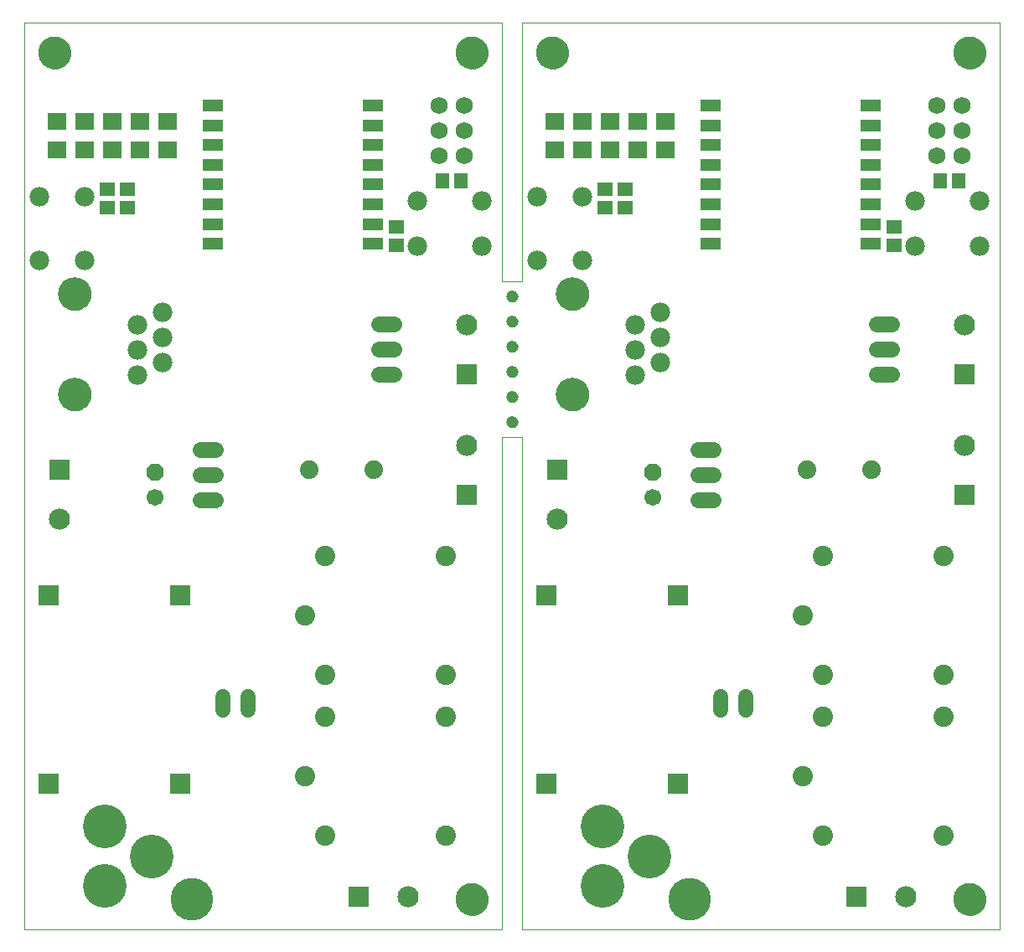
<source format=gts>
G75*
G70*
%OFA0B0*%
%FSLAX24Y24*%
%IPPOS*%
%LPD*%
%AMOC8*
5,1,8,0,0,1.08239X$1,22.5*
%
%ADD10C,0.0000*%
%ADD11C,0.1300*%
%ADD12C,0.0473*%
%ADD13C,0.0780*%
%ADD14C,0.1320*%
%ADD15R,0.0800X0.0800*%
%ADD16OC8,0.0670*%
%ADD17C,0.0670*%
%ADD18C,0.1740*%
%ADD19R,0.0750X0.0670*%
%ADD20R,0.0827X0.0512*%
%ADD21R,0.0552X0.0631*%
%ADD22C,0.0600*%
%ADD23R,0.0631X0.0552*%
%ADD24C,0.0640*%
%ADD25C,0.0680*%
%ADD26C,0.0808*%
%ADD27R,0.0840X0.0840*%
%ADD28C,0.0840*%
%ADD29C,0.0740*%
%ADD30C,0.1700*%
D10*
X001340Y001800D02*
X001340Y037900D01*
X020340Y037900D01*
X020340Y027600D01*
X021140Y027600D01*
X021140Y037900D01*
X040140Y037900D01*
X040140Y001800D01*
X021140Y001800D01*
X021140Y021400D01*
X020340Y021400D01*
X020340Y001800D01*
X001340Y001800D01*
X018510Y003000D02*
X018512Y003050D01*
X018518Y003100D01*
X018528Y003149D01*
X018542Y003197D01*
X018559Y003244D01*
X018580Y003289D01*
X018605Y003333D01*
X018633Y003374D01*
X018665Y003413D01*
X018699Y003450D01*
X018736Y003484D01*
X018776Y003514D01*
X018818Y003541D01*
X018862Y003565D01*
X018908Y003586D01*
X018955Y003602D01*
X019003Y003615D01*
X019053Y003624D01*
X019102Y003629D01*
X019153Y003630D01*
X019203Y003627D01*
X019252Y003620D01*
X019301Y003609D01*
X019349Y003594D01*
X019395Y003576D01*
X019440Y003554D01*
X019483Y003528D01*
X019524Y003499D01*
X019563Y003467D01*
X019599Y003432D01*
X019631Y003394D01*
X019661Y003354D01*
X019688Y003311D01*
X019711Y003267D01*
X019730Y003221D01*
X019746Y003173D01*
X019758Y003124D01*
X019766Y003075D01*
X019770Y003025D01*
X019770Y002975D01*
X019766Y002925D01*
X019758Y002876D01*
X019746Y002827D01*
X019730Y002779D01*
X019711Y002733D01*
X019688Y002689D01*
X019661Y002646D01*
X019631Y002606D01*
X019599Y002568D01*
X019563Y002533D01*
X019524Y002501D01*
X019483Y002472D01*
X019440Y002446D01*
X019395Y002424D01*
X019349Y002406D01*
X019301Y002391D01*
X019252Y002380D01*
X019203Y002373D01*
X019153Y002370D01*
X019102Y002371D01*
X019053Y002376D01*
X019003Y002385D01*
X018955Y002398D01*
X018908Y002414D01*
X018862Y002435D01*
X018818Y002459D01*
X018776Y002486D01*
X018736Y002516D01*
X018699Y002550D01*
X018665Y002587D01*
X018633Y002626D01*
X018605Y002667D01*
X018580Y002711D01*
X018559Y002756D01*
X018542Y002803D01*
X018528Y002851D01*
X018518Y002900D01*
X018512Y002950D01*
X018510Y003000D01*
X020523Y022000D02*
X020525Y022029D01*
X020531Y022057D01*
X020540Y022085D01*
X020553Y022111D01*
X020570Y022134D01*
X020589Y022156D01*
X020611Y022175D01*
X020636Y022190D01*
X020662Y022203D01*
X020690Y022211D01*
X020718Y022216D01*
X020747Y022217D01*
X020776Y022214D01*
X020804Y022207D01*
X020831Y022197D01*
X020857Y022183D01*
X020880Y022166D01*
X020901Y022146D01*
X020919Y022123D01*
X020934Y022098D01*
X020945Y022071D01*
X020953Y022043D01*
X020957Y022014D01*
X020957Y021986D01*
X020953Y021957D01*
X020945Y021929D01*
X020934Y021902D01*
X020919Y021877D01*
X020901Y021854D01*
X020880Y021834D01*
X020857Y021817D01*
X020831Y021803D01*
X020804Y021793D01*
X020776Y021786D01*
X020747Y021783D01*
X020718Y021784D01*
X020690Y021789D01*
X020662Y021797D01*
X020636Y021810D01*
X020611Y021825D01*
X020589Y021844D01*
X020570Y021866D01*
X020553Y021889D01*
X020540Y021915D01*
X020531Y021943D01*
X020525Y021971D01*
X020523Y022000D01*
X020523Y023000D02*
X020525Y023029D01*
X020531Y023057D01*
X020540Y023085D01*
X020553Y023111D01*
X020570Y023134D01*
X020589Y023156D01*
X020611Y023175D01*
X020636Y023190D01*
X020662Y023203D01*
X020690Y023211D01*
X020718Y023216D01*
X020747Y023217D01*
X020776Y023214D01*
X020804Y023207D01*
X020831Y023197D01*
X020857Y023183D01*
X020880Y023166D01*
X020901Y023146D01*
X020919Y023123D01*
X020934Y023098D01*
X020945Y023071D01*
X020953Y023043D01*
X020957Y023014D01*
X020957Y022986D01*
X020953Y022957D01*
X020945Y022929D01*
X020934Y022902D01*
X020919Y022877D01*
X020901Y022854D01*
X020880Y022834D01*
X020857Y022817D01*
X020831Y022803D01*
X020804Y022793D01*
X020776Y022786D01*
X020747Y022783D01*
X020718Y022784D01*
X020690Y022789D01*
X020662Y022797D01*
X020636Y022810D01*
X020611Y022825D01*
X020589Y022844D01*
X020570Y022866D01*
X020553Y022889D01*
X020540Y022915D01*
X020531Y022943D01*
X020525Y022971D01*
X020523Y023000D01*
X020523Y024000D02*
X020525Y024029D01*
X020531Y024057D01*
X020540Y024085D01*
X020553Y024111D01*
X020570Y024134D01*
X020589Y024156D01*
X020611Y024175D01*
X020636Y024190D01*
X020662Y024203D01*
X020690Y024211D01*
X020718Y024216D01*
X020747Y024217D01*
X020776Y024214D01*
X020804Y024207D01*
X020831Y024197D01*
X020857Y024183D01*
X020880Y024166D01*
X020901Y024146D01*
X020919Y024123D01*
X020934Y024098D01*
X020945Y024071D01*
X020953Y024043D01*
X020957Y024014D01*
X020957Y023986D01*
X020953Y023957D01*
X020945Y023929D01*
X020934Y023902D01*
X020919Y023877D01*
X020901Y023854D01*
X020880Y023834D01*
X020857Y023817D01*
X020831Y023803D01*
X020804Y023793D01*
X020776Y023786D01*
X020747Y023783D01*
X020718Y023784D01*
X020690Y023789D01*
X020662Y023797D01*
X020636Y023810D01*
X020611Y023825D01*
X020589Y023844D01*
X020570Y023866D01*
X020553Y023889D01*
X020540Y023915D01*
X020531Y023943D01*
X020525Y023971D01*
X020523Y024000D01*
X020523Y025000D02*
X020525Y025029D01*
X020531Y025057D01*
X020540Y025085D01*
X020553Y025111D01*
X020570Y025134D01*
X020589Y025156D01*
X020611Y025175D01*
X020636Y025190D01*
X020662Y025203D01*
X020690Y025211D01*
X020718Y025216D01*
X020747Y025217D01*
X020776Y025214D01*
X020804Y025207D01*
X020831Y025197D01*
X020857Y025183D01*
X020880Y025166D01*
X020901Y025146D01*
X020919Y025123D01*
X020934Y025098D01*
X020945Y025071D01*
X020953Y025043D01*
X020957Y025014D01*
X020957Y024986D01*
X020953Y024957D01*
X020945Y024929D01*
X020934Y024902D01*
X020919Y024877D01*
X020901Y024854D01*
X020880Y024834D01*
X020857Y024817D01*
X020831Y024803D01*
X020804Y024793D01*
X020776Y024786D01*
X020747Y024783D01*
X020718Y024784D01*
X020690Y024789D01*
X020662Y024797D01*
X020636Y024810D01*
X020611Y024825D01*
X020589Y024844D01*
X020570Y024866D01*
X020553Y024889D01*
X020540Y024915D01*
X020531Y024943D01*
X020525Y024971D01*
X020523Y025000D01*
X020523Y026000D02*
X020525Y026029D01*
X020531Y026057D01*
X020540Y026085D01*
X020553Y026111D01*
X020570Y026134D01*
X020589Y026156D01*
X020611Y026175D01*
X020636Y026190D01*
X020662Y026203D01*
X020690Y026211D01*
X020718Y026216D01*
X020747Y026217D01*
X020776Y026214D01*
X020804Y026207D01*
X020831Y026197D01*
X020857Y026183D01*
X020880Y026166D01*
X020901Y026146D01*
X020919Y026123D01*
X020934Y026098D01*
X020945Y026071D01*
X020953Y026043D01*
X020957Y026014D01*
X020957Y025986D01*
X020953Y025957D01*
X020945Y025929D01*
X020934Y025902D01*
X020919Y025877D01*
X020901Y025854D01*
X020880Y025834D01*
X020857Y025817D01*
X020831Y025803D01*
X020804Y025793D01*
X020776Y025786D01*
X020747Y025783D01*
X020718Y025784D01*
X020690Y025789D01*
X020662Y025797D01*
X020636Y025810D01*
X020611Y025825D01*
X020589Y025844D01*
X020570Y025866D01*
X020553Y025889D01*
X020540Y025915D01*
X020531Y025943D01*
X020525Y025971D01*
X020523Y026000D01*
X020523Y027000D02*
X020525Y027029D01*
X020531Y027057D01*
X020540Y027085D01*
X020553Y027111D01*
X020570Y027134D01*
X020589Y027156D01*
X020611Y027175D01*
X020636Y027190D01*
X020662Y027203D01*
X020690Y027211D01*
X020718Y027216D01*
X020747Y027217D01*
X020776Y027214D01*
X020804Y027207D01*
X020831Y027197D01*
X020857Y027183D01*
X020880Y027166D01*
X020901Y027146D01*
X020919Y027123D01*
X020934Y027098D01*
X020945Y027071D01*
X020953Y027043D01*
X020957Y027014D01*
X020957Y026986D01*
X020953Y026957D01*
X020945Y026929D01*
X020934Y026902D01*
X020919Y026877D01*
X020901Y026854D01*
X020880Y026834D01*
X020857Y026817D01*
X020831Y026803D01*
X020804Y026793D01*
X020776Y026786D01*
X020747Y026783D01*
X020718Y026784D01*
X020690Y026789D01*
X020662Y026797D01*
X020636Y026810D01*
X020611Y026825D01*
X020589Y026844D01*
X020570Y026866D01*
X020553Y026889D01*
X020540Y026915D01*
X020531Y026943D01*
X020525Y026971D01*
X020523Y027000D01*
X022500Y027100D02*
X022502Y027150D01*
X022508Y027200D01*
X022518Y027249D01*
X022531Y027298D01*
X022549Y027345D01*
X022570Y027391D01*
X022594Y027434D01*
X022622Y027476D01*
X022653Y027516D01*
X022687Y027553D01*
X022724Y027587D01*
X022764Y027618D01*
X022806Y027646D01*
X022849Y027670D01*
X022895Y027691D01*
X022942Y027709D01*
X022991Y027722D01*
X023040Y027732D01*
X023090Y027738D01*
X023140Y027740D01*
X023190Y027738D01*
X023240Y027732D01*
X023289Y027722D01*
X023338Y027709D01*
X023385Y027691D01*
X023431Y027670D01*
X023474Y027646D01*
X023516Y027618D01*
X023556Y027587D01*
X023593Y027553D01*
X023627Y027516D01*
X023658Y027476D01*
X023686Y027434D01*
X023710Y027391D01*
X023731Y027345D01*
X023749Y027298D01*
X023762Y027249D01*
X023772Y027200D01*
X023778Y027150D01*
X023780Y027100D01*
X023778Y027050D01*
X023772Y027000D01*
X023762Y026951D01*
X023749Y026902D01*
X023731Y026855D01*
X023710Y026809D01*
X023686Y026766D01*
X023658Y026724D01*
X023627Y026684D01*
X023593Y026647D01*
X023556Y026613D01*
X023516Y026582D01*
X023474Y026554D01*
X023431Y026530D01*
X023385Y026509D01*
X023338Y026491D01*
X023289Y026478D01*
X023240Y026468D01*
X023190Y026462D01*
X023140Y026460D01*
X023090Y026462D01*
X023040Y026468D01*
X022991Y026478D01*
X022942Y026491D01*
X022895Y026509D01*
X022849Y026530D01*
X022806Y026554D01*
X022764Y026582D01*
X022724Y026613D01*
X022687Y026647D01*
X022653Y026684D01*
X022622Y026724D01*
X022594Y026766D01*
X022570Y026809D01*
X022549Y026855D01*
X022531Y026902D01*
X022518Y026951D01*
X022508Y027000D01*
X022502Y027050D01*
X022500Y027100D01*
X022500Y023100D02*
X022502Y023150D01*
X022508Y023200D01*
X022518Y023249D01*
X022531Y023298D01*
X022549Y023345D01*
X022570Y023391D01*
X022594Y023434D01*
X022622Y023476D01*
X022653Y023516D01*
X022687Y023553D01*
X022724Y023587D01*
X022764Y023618D01*
X022806Y023646D01*
X022849Y023670D01*
X022895Y023691D01*
X022942Y023709D01*
X022991Y023722D01*
X023040Y023732D01*
X023090Y023738D01*
X023140Y023740D01*
X023190Y023738D01*
X023240Y023732D01*
X023289Y023722D01*
X023338Y023709D01*
X023385Y023691D01*
X023431Y023670D01*
X023474Y023646D01*
X023516Y023618D01*
X023556Y023587D01*
X023593Y023553D01*
X023627Y023516D01*
X023658Y023476D01*
X023686Y023434D01*
X023710Y023391D01*
X023731Y023345D01*
X023749Y023298D01*
X023762Y023249D01*
X023772Y023200D01*
X023778Y023150D01*
X023780Y023100D01*
X023778Y023050D01*
X023772Y023000D01*
X023762Y022951D01*
X023749Y022902D01*
X023731Y022855D01*
X023710Y022809D01*
X023686Y022766D01*
X023658Y022724D01*
X023627Y022684D01*
X023593Y022647D01*
X023556Y022613D01*
X023516Y022582D01*
X023474Y022554D01*
X023431Y022530D01*
X023385Y022509D01*
X023338Y022491D01*
X023289Y022478D01*
X023240Y022468D01*
X023190Y022462D01*
X023140Y022460D01*
X023090Y022462D01*
X023040Y022468D01*
X022991Y022478D01*
X022942Y022491D01*
X022895Y022509D01*
X022849Y022530D01*
X022806Y022554D01*
X022764Y022582D01*
X022724Y022613D01*
X022687Y022647D01*
X022653Y022684D01*
X022622Y022724D01*
X022594Y022766D01*
X022570Y022809D01*
X022549Y022855D01*
X022531Y022902D01*
X022518Y022951D01*
X022508Y023000D01*
X022502Y023050D01*
X022500Y023100D01*
X021710Y036700D02*
X021712Y036750D01*
X021718Y036800D01*
X021728Y036849D01*
X021742Y036897D01*
X021759Y036944D01*
X021780Y036989D01*
X021805Y037033D01*
X021833Y037074D01*
X021865Y037113D01*
X021899Y037150D01*
X021936Y037184D01*
X021976Y037214D01*
X022018Y037241D01*
X022062Y037265D01*
X022108Y037286D01*
X022155Y037302D01*
X022203Y037315D01*
X022253Y037324D01*
X022302Y037329D01*
X022353Y037330D01*
X022403Y037327D01*
X022452Y037320D01*
X022501Y037309D01*
X022549Y037294D01*
X022595Y037276D01*
X022640Y037254D01*
X022683Y037228D01*
X022724Y037199D01*
X022763Y037167D01*
X022799Y037132D01*
X022831Y037094D01*
X022861Y037054D01*
X022888Y037011D01*
X022911Y036967D01*
X022930Y036921D01*
X022946Y036873D01*
X022958Y036824D01*
X022966Y036775D01*
X022970Y036725D01*
X022970Y036675D01*
X022966Y036625D01*
X022958Y036576D01*
X022946Y036527D01*
X022930Y036479D01*
X022911Y036433D01*
X022888Y036389D01*
X022861Y036346D01*
X022831Y036306D01*
X022799Y036268D01*
X022763Y036233D01*
X022724Y036201D01*
X022683Y036172D01*
X022640Y036146D01*
X022595Y036124D01*
X022549Y036106D01*
X022501Y036091D01*
X022452Y036080D01*
X022403Y036073D01*
X022353Y036070D01*
X022302Y036071D01*
X022253Y036076D01*
X022203Y036085D01*
X022155Y036098D01*
X022108Y036114D01*
X022062Y036135D01*
X022018Y036159D01*
X021976Y036186D01*
X021936Y036216D01*
X021899Y036250D01*
X021865Y036287D01*
X021833Y036326D01*
X021805Y036367D01*
X021780Y036411D01*
X021759Y036456D01*
X021742Y036503D01*
X021728Y036551D01*
X021718Y036600D01*
X021712Y036650D01*
X021710Y036700D01*
X018510Y036700D02*
X018512Y036750D01*
X018518Y036800D01*
X018528Y036849D01*
X018542Y036897D01*
X018559Y036944D01*
X018580Y036989D01*
X018605Y037033D01*
X018633Y037074D01*
X018665Y037113D01*
X018699Y037150D01*
X018736Y037184D01*
X018776Y037214D01*
X018818Y037241D01*
X018862Y037265D01*
X018908Y037286D01*
X018955Y037302D01*
X019003Y037315D01*
X019053Y037324D01*
X019102Y037329D01*
X019153Y037330D01*
X019203Y037327D01*
X019252Y037320D01*
X019301Y037309D01*
X019349Y037294D01*
X019395Y037276D01*
X019440Y037254D01*
X019483Y037228D01*
X019524Y037199D01*
X019563Y037167D01*
X019599Y037132D01*
X019631Y037094D01*
X019661Y037054D01*
X019688Y037011D01*
X019711Y036967D01*
X019730Y036921D01*
X019746Y036873D01*
X019758Y036824D01*
X019766Y036775D01*
X019770Y036725D01*
X019770Y036675D01*
X019766Y036625D01*
X019758Y036576D01*
X019746Y036527D01*
X019730Y036479D01*
X019711Y036433D01*
X019688Y036389D01*
X019661Y036346D01*
X019631Y036306D01*
X019599Y036268D01*
X019563Y036233D01*
X019524Y036201D01*
X019483Y036172D01*
X019440Y036146D01*
X019395Y036124D01*
X019349Y036106D01*
X019301Y036091D01*
X019252Y036080D01*
X019203Y036073D01*
X019153Y036070D01*
X019102Y036071D01*
X019053Y036076D01*
X019003Y036085D01*
X018955Y036098D01*
X018908Y036114D01*
X018862Y036135D01*
X018818Y036159D01*
X018776Y036186D01*
X018736Y036216D01*
X018699Y036250D01*
X018665Y036287D01*
X018633Y036326D01*
X018605Y036367D01*
X018580Y036411D01*
X018559Y036456D01*
X018542Y036503D01*
X018528Y036551D01*
X018518Y036600D01*
X018512Y036650D01*
X018510Y036700D01*
X002700Y027100D02*
X002702Y027150D01*
X002708Y027200D01*
X002718Y027249D01*
X002731Y027298D01*
X002749Y027345D01*
X002770Y027391D01*
X002794Y027434D01*
X002822Y027476D01*
X002853Y027516D01*
X002887Y027553D01*
X002924Y027587D01*
X002964Y027618D01*
X003006Y027646D01*
X003049Y027670D01*
X003095Y027691D01*
X003142Y027709D01*
X003191Y027722D01*
X003240Y027732D01*
X003290Y027738D01*
X003340Y027740D01*
X003390Y027738D01*
X003440Y027732D01*
X003489Y027722D01*
X003538Y027709D01*
X003585Y027691D01*
X003631Y027670D01*
X003674Y027646D01*
X003716Y027618D01*
X003756Y027587D01*
X003793Y027553D01*
X003827Y027516D01*
X003858Y027476D01*
X003886Y027434D01*
X003910Y027391D01*
X003931Y027345D01*
X003949Y027298D01*
X003962Y027249D01*
X003972Y027200D01*
X003978Y027150D01*
X003980Y027100D01*
X003978Y027050D01*
X003972Y027000D01*
X003962Y026951D01*
X003949Y026902D01*
X003931Y026855D01*
X003910Y026809D01*
X003886Y026766D01*
X003858Y026724D01*
X003827Y026684D01*
X003793Y026647D01*
X003756Y026613D01*
X003716Y026582D01*
X003674Y026554D01*
X003631Y026530D01*
X003585Y026509D01*
X003538Y026491D01*
X003489Y026478D01*
X003440Y026468D01*
X003390Y026462D01*
X003340Y026460D01*
X003290Y026462D01*
X003240Y026468D01*
X003191Y026478D01*
X003142Y026491D01*
X003095Y026509D01*
X003049Y026530D01*
X003006Y026554D01*
X002964Y026582D01*
X002924Y026613D01*
X002887Y026647D01*
X002853Y026684D01*
X002822Y026724D01*
X002794Y026766D01*
X002770Y026809D01*
X002749Y026855D01*
X002731Y026902D01*
X002718Y026951D01*
X002708Y027000D01*
X002702Y027050D01*
X002700Y027100D01*
X002700Y023100D02*
X002702Y023150D01*
X002708Y023200D01*
X002718Y023249D01*
X002731Y023298D01*
X002749Y023345D01*
X002770Y023391D01*
X002794Y023434D01*
X002822Y023476D01*
X002853Y023516D01*
X002887Y023553D01*
X002924Y023587D01*
X002964Y023618D01*
X003006Y023646D01*
X003049Y023670D01*
X003095Y023691D01*
X003142Y023709D01*
X003191Y023722D01*
X003240Y023732D01*
X003290Y023738D01*
X003340Y023740D01*
X003390Y023738D01*
X003440Y023732D01*
X003489Y023722D01*
X003538Y023709D01*
X003585Y023691D01*
X003631Y023670D01*
X003674Y023646D01*
X003716Y023618D01*
X003756Y023587D01*
X003793Y023553D01*
X003827Y023516D01*
X003858Y023476D01*
X003886Y023434D01*
X003910Y023391D01*
X003931Y023345D01*
X003949Y023298D01*
X003962Y023249D01*
X003972Y023200D01*
X003978Y023150D01*
X003980Y023100D01*
X003978Y023050D01*
X003972Y023000D01*
X003962Y022951D01*
X003949Y022902D01*
X003931Y022855D01*
X003910Y022809D01*
X003886Y022766D01*
X003858Y022724D01*
X003827Y022684D01*
X003793Y022647D01*
X003756Y022613D01*
X003716Y022582D01*
X003674Y022554D01*
X003631Y022530D01*
X003585Y022509D01*
X003538Y022491D01*
X003489Y022478D01*
X003440Y022468D01*
X003390Y022462D01*
X003340Y022460D01*
X003290Y022462D01*
X003240Y022468D01*
X003191Y022478D01*
X003142Y022491D01*
X003095Y022509D01*
X003049Y022530D01*
X003006Y022554D01*
X002964Y022582D01*
X002924Y022613D01*
X002887Y022647D01*
X002853Y022684D01*
X002822Y022724D01*
X002794Y022766D01*
X002770Y022809D01*
X002749Y022855D01*
X002731Y022902D01*
X002718Y022951D01*
X002708Y023000D01*
X002702Y023050D01*
X002700Y023100D01*
X001910Y036700D02*
X001912Y036750D01*
X001918Y036800D01*
X001928Y036849D01*
X001942Y036897D01*
X001959Y036944D01*
X001980Y036989D01*
X002005Y037033D01*
X002033Y037074D01*
X002065Y037113D01*
X002099Y037150D01*
X002136Y037184D01*
X002176Y037214D01*
X002218Y037241D01*
X002262Y037265D01*
X002308Y037286D01*
X002355Y037302D01*
X002403Y037315D01*
X002453Y037324D01*
X002502Y037329D01*
X002553Y037330D01*
X002603Y037327D01*
X002652Y037320D01*
X002701Y037309D01*
X002749Y037294D01*
X002795Y037276D01*
X002840Y037254D01*
X002883Y037228D01*
X002924Y037199D01*
X002963Y037167D01*
X002999Y037132D01*
X003031Y037094D01*
X003061Y037054D01*
X003088Y037011D01*
X003111Y036967D01*
X003130Y036921D01*
X003146Y036873D01*
X003158Y036824D01*
X003166Y036775D01*
X003170Y036725D01*
X003170Y036675D01*
X003166Y036625D01*
X003158Y036576D01*
X003146Y036527D01*
X003130Y036479D01*
X003111Y036433D01*
X003088Y036389D01*
X003061Y036346D01*
X003031Y036306D01*
X002999Y036268D01*
X002963Y036233D01*
X002924Y036201D01*
X002883Y036172D01*
X002840Y036146D01*
X002795Y036124D01*
X002749Y036106D01*
X002701Y036091D01*
X002652Y036080D01*
X002603Y036073D01*
X002553Y036070D01*
X002502Y036071D01*
X002453Y036076D01*
X002403Y036085D01*
X002355Y036098D01*
X002308Y036114D01*
X002262Y036135D01*
X002218Y036159D01*
X002176Y036186D01*
X002136Y036216D01*
X002099Y036250D01*
X002065Y036287D01*
X002033Y036326D01*
X002005Y036367D01*
X001980Y036411D01*
X001959Y036456D01*
X001942Y036503D01*
X001928Y036551D01*
X001918Y036600D01*
X001912Y036650D01*
X001910Y036700D01*
X038310Y036700D02*
X038312Y036750D01*
X038318Y036800D01*
X038328Y036849D01*
X038342Y036897D01*
X038359Y036944D01*
X038380Y036989D01*
X038405Y037033D01*
X038433Y037074D01*
X038465Y037113D01*
X038499Y037150D01*
X038536Y037184D01*
X038576Y037214D01*
X038618Y037241D01*
X038662Y037265D01*
X038708Y037286D01*
X038755Y037302D01*
X038803Y037315D01*
X038853Y037324D01*
X038902Y037329D01*
X038953Y037330D01*
X039003Y037327D01*
X039052Y037320D01*
X039101Y037309D01*
X039149Y037294D01*
X039195Y037276D01*
X039240Y037254D01*
X039283Y037228D01*
X039324Y037199D01*
X039363Y037167D01*
X039399Y037132D01*
X039431Y037094D01*
X039461Y037054D01*
X039488Y037011D01*
X039511Y036967D01*
X039530Y036921D01*
X039546Y036873D01*
X039558Y036824D01*
X039566Y036775D01*
X039570Y036725D01*
X039570Y036675D01*
X039566Y036625D01*
X039558Y036576D01*
X039546Y036527D01*
X039530Y036479D01*
X039511Y036433D01*
X039488Y036389D01*
X039461Y036346D01*
X039431Y036306D01*
X039399Y036268D01*
X039363Y036233D01*
X039324Y036201D01*
X039283Y036172D01*
X039240Y036146D01*
X039195Y036124D01*
X039149Y036106D01*
X039101Y036091D01*
X039052Y036080D01*
X039003Y036073D01*
X038953Y036070D01*
X038902Y036071D01*
X038853Y036076D01*
X038803Y036085D01*
X038755Y036098D01*
X038708Y036114D01*
X038662Y036135D01*
X038618Y036159D01*
X038576Y036186D01*
X038536Y036216D01*
X038499Y036250D01*
X038465Y036287D01*
X038433Y036326D01*
X038405Y036367D01*
X038380Y036411D01*
X038359Y036456D01*
X038342Y036503D01*
X038328Y036551D01*
X038318Y036600D01*
X038312Y036650D01*
X038310Y036700D01*
X038310Y003000D02*
X038312Y003050D01*
X038318Y003100D01*
X038328Y003149D01*
X038342Y003197D01*
X038359Y003244D01*
X038380Y003289D01*
X038405Y003333D01*
X038433Y003374D01*
X038465Y003413D01*
X038499Y003450D01*
X038536Y003484D01*
X038576Y003514D01*
X038618Y003541D01*
X038662Y003565D01*
X038708Y003586D01*
X038755Y003602D01*
X038803Y003615D01*
X038853Y003624D01*
X038902Y003629D01*
X038953Y003630D01*
X039003Y003627D01*
X039052Y003620D01*
X039101Y003609D01*
X039149Y003594D01*
X039195Y003576D01*
X039240Y003554D01*
X039283Y003528D01*
X039324Y003499D01*
X039363Y003467D01*
X039399Y003432D01*
X039431Y003394D01*
X039461Y003354D01*
X039488Y003311D01*
X039511Y003267D01*
X039530Y003221D01*
X039546Y003173D01*
X039558Y003124D01*
X039566Y003075D01*
X039570Y003025D01*
X039570Y002975D01*
X039566Y002925D01*
X039558Y002876D01*
X039546Y002827D01*
X039530Y002779D01*
X039511Y002733D01*
X039488Y002689D01*
X039461Y002646D01*
X039431Y002606D01*
X039399Y002568D01*
X039363Y002533D01*
X039324Y002501D01*
X039283Y002472D01*
X039240Y002446D01*
X039195Y002424D01*
X039149Y002406D01*
X039101Y002391D01*
X039052Y002380D01*
X039003Y002373D01*
X038953Y002370D01*
X038902Y002371D01*
X038853Y002376D01*
X038803Y002385D01*
X038755Y002398D01*
X038708Y002414D01*
X038662Y002435D01*
X038618Y002459D01*
X038576Y002486D01*
X038536Y002516D01*
X038499Y002550D01*
X038465Y002587D01*
X038433Y002626D01*
X038405Y002667D01*
X038380Y002711D01*
X038359Y002756D01*
X038342Y002803D01*
X038328Y002851D01*
X038318Y002900D01*
X038312Y002950D01*
X038310Y003000D01*
D11*
X038940Y003000D03*
X019140Y003000D03*
X019140Y036700D03*
X022340Y036700D03*
X038940Y036700D03*
X002540Y036700D03*
D12*
X020740Y027000D03*
X020740Y026000D03*
X020740Y025000D03*
X020740Y024000D03*
X020740Y023000D03*
X020740Y022000D03*
D13*
X025640Y023850D03*
X026640Y024350D03*
X026640Y025350D03*
X025640Y025850D03*
X026640Y026350D03*
X025640Y024850D03*
X023530Y028420D03*
X021750Y028420D03*
X019520Y029010D03*
X019520Y030790D03*
X021750Y030980D03*
X023530Y030980D03*
X016960Y030790D03*
X016960Y029010D03*
X006840Y026350D03*
X005840Y025850D03*
X006840Y025350D03*
X006840Y024350D03*
X005840Y023850D03*
X005840Y024850D03*
X003730Y028420D03*
X001950Y028420D03*
X001950Y030980D03*
X003730Y030980D03*
X036760Y030790D03*
X036760Y029010D03*
X039320Y029010D03*
X039320Y030790D03*
D14*
X023140Y027100D03*
X023140Y023100D03*
X003340Y023100D03*
X003340Y027100D03*
D15*
X002290Y015100D03*
X007540Y015100D03*
X007540Y007600D03*
X002290Y007600D03*
X022090Y007600D03*
X027340Y007600D03*
X027340Y015100D03*
X022090Y015100D03*
D16*
X026340Y020000D03*
X006540Y020000D03*
D17*
X006540Y019000D03*
X026340Y019000D03*
D18*
X024340Y005894D03*
X026190Y004713D03*
X024340Y003531D03*
X006390Y004713D03*
X004540Y005894D03*
X004540Y003531D03*
D19*
X004840Y032840D03*
X003740Y032840D03*
X002640Y032840D03*
X002640Y033960D03*
X003740Y033960D03*
X004840Y033960D03*
X005940Y033960D03*
X007040Y033960D03*
X007040Y032840D03*
X005940Y032840D03*
X022440Y032840D03*
X023540Y032840D03*
X024640Y032840D03*
X025740Y032840D03*
X026840Y032840D03*
X026840Y033960D03*
X025740Y033960D03*
X024640Y033960D03*
X023540Y033960D03*
X022440Y033960D03*
D20*
X028640Y033812D03*
X028640Y033024D03*
X028640Y032237D03*
X028640Y031450D03*
X028640Y030662D03*
X028640Y029875D03*
X028640Y029087D03*
X028640Y034599D03*
X035018Y034599D03*
X035018Y033812D03*
X035018Y033024D03*
X035018Y032237D03*
X035018Y031450D03*
X035018Y030662D03*
X035018Y029875D03*
X035018Y029087D03*
X015218Y029087D03*
X015218Y029875D03*
X015218Y030662D03*
X015218Y031450D03*
X015218Y032237D03*
X015218Y033024D03*
X015218Y033812D03*
X015218Y034599D03*
X008840Y034599D03*
X008840Y033812D03*
X008840Y033024D03*
X008840Y032237D03*
X008840Y031450D03*
X008840Y030662D03*
X008840Y029875D03*
X008840Y029087D03*
D21*
X017966Y031600D03*
X018714Y031600D03*
X037766Y031600D03*
X038514Y031600D03*
D22*
X030040Y011080D02*
X030040Y010520D01*
X029040Y010520D02*
X029040Y011080D01*
X010240Y011080D02*
X010240Y010520D01*
X009240Y010520D02*
X009240Y011080D01*
D23*
X016140Y029026D03*
X016140Y029774D03*
X024440Y030526D03*
X024440Y031274D03*
X025240Y031274D03*
X025240Y030526D03*
X035940Y029774D03*
X035940Y029026D03*
X005440Y030526D03*
X005440Y031274D03*
X004640Y031274D03*
X004640Y030526D03*
D24*
X008340Y020900D02*
X008940Y020900D01*
X008940Y019900D02*
X008340Y019900D01*
X008340Y018900D02*
X008940Y018900D01*
X015440Y023900D02*
X016040Y023900D01*
X016040Y024900D02*
X015440Y024900D01*
X015440Y025900D02*
X016040Y025900D01*
X028140Y020900D02*
X028740Y020900D01*
X028740Y019900D02*
X028140Y019900D01*
X028140Y018900D02*
X028740Y018900D01*
X035240Y023900D02*
X035840Y023900D01*
X035840Y024900D02*
X035240Y024900D01*
X035240Y025900D02*
X035840Y025900D01*
D25*
X037640Y032600D03*
X038640Y032600D03*
X038640Y033600D03*
X037640Y033600D03*
X037640Y034600D03*
X038640Y034600D03*
X018840Y034600D03*
X017840Y034600D03*
X017840Y033600D03*
X018840Y033600D03*
X018840Y032600D03*
X017840Y032600D03*
D26*
X018105Y016662D03*
X018105Y011938D03*
X018105Y010262D03*
X013302Y010262D03*
X013302Y011938D03*
X012515Y014300D03*
X013302Y016662D03*
X012515Y007900D03*
X013302Y005538D03*
X018105Y005538D03*
X032315Y007900D03*
X033102Y005538D03*
X037905Y005538D03*
X037905Y010262D03*
X037905Y011938D03*
X037905Y016662D03*
X033102Y016662D03*
X032315Y014300D03*
X033102Y011938D03*
X033102Y010262D03*
D27*
X034440Y003100D03*
X038740Y019100D03*
X038740Y023900D03*
X022540Y020100D03*
X018940Y019100D03*
X018940Y023900D03*
X002740Y020100D03*
X014640Y003100D03*
D28*
X016609Y003100D03*
X022540Y018131D03*
X018940Y021069D03*
X018940Y025869D03*
X002740Y018131D03*
X036409Y003100D03*
X038740Y021069D03*
X038740Y025869D03*
D29*
X035020Y020100D03*
X032460Y020100D03*
X015220Y020100D03*
X012660Y020100D03*
D30*
X007990Y003000D03*
X027790Y003000D03*
M02*

</source>
